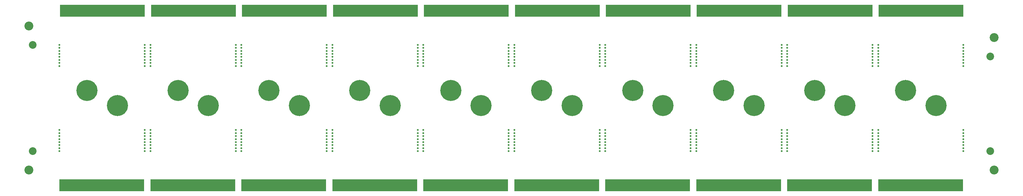
<source format=gbr>
*
%FSLAX24Y24*%
%MOIN*%
%ADD10R,0.015780X0.015780*%
%ADD11C,0.218535*%
%ADD12R,0.067002X0.067002*%
%ADD13R,0.033501X0.033501*%
%ADD14C,0.092520*%
%ADD15C,0.079921*%
%ADD16C,0.019764*%
%IPPOS*%
%LNm386940-gbs.GBR*%
%LPD*%
G54D10*
X013681Y000285D02*
Y000915D01*
X013484Y000285D02*
Y000915D01*
X013287Y000285D02*
Y000915D01*
X013090Y000285D02*
Y000915D01*
X012893Y000285D02*
Y000915D01*
X012697Y000285D02*
Y000915D01*
X012500Y000285D02*
Y000915D01*
X012303Y000285D02*
Y000915D01*
X012106Y000285D02*
Y000915D01*
X011909Y000285D02*
Y000915D01*
X011712Y000285D02*
Y000915D01*
X010728Y000285D02*
Y000915D01*
X010531Y000285D02*
Y000915D01*
X010334Y000285D02*
Y000915D01*
X010138Y000285D02*
Y000915D01*
X009942Y000285D02*
Y000915D01*
X009745Y000285D02*
Y000915D01*
X009548Y000285D02*
Y000915D01*
X009351Y000285D02*
Y000915D01*
X009154Y000285D02*
Y000915D01*
X008957Y000285D02*
Y000915D01*
X008761Y000285D02*
Y000915D01*
X008564Y000285D02*
Y000915D01*
X008367Y000285D02*
Y000915D01*
X008170Y000285D02*
Y000915D01*
X007973Y000285D02*
Y000915D01*
X007776Y000285D02*
Y000915D01*
X007579Y000285D02*
Y000915D01*
X007383Y000285D02*
Y000915D01*
X007186Y000285D02*
Y000915D01*
X006989Y000285D02*
Y000915D01*
X006792Y000285D02*
Y000915D01*
X006595Y000285D02*
Y000915D01*
G54D11*
X011693Y008661D03*
D03*
G54D12*
X006023Y000086D02*
Y000659D01*
X006274Y000086D02*
Y000659D01*
X006308Y000086D02*
X014155D01*
X006308Y000169D02*
X014155D01*
X013999Y000573D02*
X014155D01*
X013999Y000659D02*
X014155D01*
G54D13*
X006776Y000555D02*
X013676D01*
X006776Y000826D02*
X013676D01*
G54D10*
X006555Y018613D02*
Y017983D01*
X006752Y018613D02*
Y017983D01*
X006949Y018613D02*
Y017983D01*
X007146Y018613D02*
Y017983D01*
X007343Y018613D02*
Y017983D01*
X007539Y018613D02*
Y017983D01*
X007736Y018613D02*
Y017983D01*
X007933Y018613D02*
Y017983D01*
X008130Y018613D02*
Y017983D01*
X008327Y018613D02*
Y017983D01*
X008524Y018613D02*
Y017983D01*
X009508Y018613D02*
Y017983D01*
X009705Y018613D02*
Y017983D01*
X009902Y018613D02*
Y017983D01*
X010098Y018613D02*
Y017983D01*
X010294Y018613D02*
Y017983D01*
X010491Y018613D02*
Y017983D01*
X010688Y018613D02*
Y017983D01*
X010885Y018613D02*
Y017983D01*
X011082Y018613D02*
Y017983D01*
X011279Y018613D02*
Y017983D01*
X011475Y018613D02*
Y017983D01*
X011672Y018613D02*
Y017983D01*
X011869Y018613D02*
Y017983D01*
X012066Y018613D02*
Y017983D01*
X012263Y018613D02*
Y017983D01*
X012460Y018613D02*
Y017983D01*
X012657Y018613D02*
Y017983D01*
X012853Y018613D02*
Y017983D01*
X013050Y018613D02*
Y017983D01*
X013247Y018613D02*
Y017983D01*
X013444Y018613D02*
Y017983D01*
X013641Y018613D02*
Y017983D01*
G54D11*
X008543Y010236D03*
G54D11*
D03*
G54D12*
X014213Y018811D02*
Y018239D01*
X013962Y018811D02*
Y018239D01*
X013928Y018811D02*
X006082D01*
X013928Y018728D02*
X006082D01*
X006237Y018324D02*
X006082D01*
X006237Y018239D02*
X006082D01*
G54D13*
X013460Y018342D02*
X006560D01*
X013460Y018071D02*
X006560D01*
G54D10*
X023130Y000285D02*
Y000915D01*
X022933Y000285D02*
Y000915D01*
X022736Y000285D02*
Y000915D01*
X022539Y000285D02*
Y000915D01*
X022342Y000285D02*
Y000915D01*
X022146Y000285D02*
Y000915D01*
X021949Y000285D02*
Y000915D01*
X021752Y000285D02*
Y000915D01*
X021555Y000285D02*
Y000915D01*
X021358Y000285D02*
Y000915D01*
X021161Y000285D02*
Y000915D01*
X020177Y000285D02*
Y000915D01*
X019980Y000285D02*
Y000915D01*
X019783Y000285D02*
Y000915D01*
X019587Y000285D02*
Y000915D01*
X019391Y000285D02*
Y000915D01*
X019194Y000285D02*
Y000915D01*
X018997Y000285D02*
Y000915D01*
X018800Y000285D02*
Y000915D01*
X018603Y000285D02*
Y000915D01*
X018406Y000285D02*
Y000915D01*
X018210Y000285D02*
Y000915D01*
X018013Y000285D02*
Y000915D01*
X017816Y000285D02*
Y000915D01*
X017619Y000285D02*
Y000915D01*
X017422Y000285D02*
Y000915D01*
X017225Y000285D02*
Y000915D01*
X017028Y000285D02*
Y000915D01*
X016832Y000285D02*
Y000915D01*
X016635Y000285D02*
Y000915D01*
X016438Y000285D02*
Y000915D01*
X016241Y000285D02*
Y000915D01*
X016044Y000285D02*
Y000915D01*
G54D11*
X021142Y008661D03*
D03*
G54D12*
X015472Y000086D02*
Y000659D01*
X015723Y000086D02*
Y000659D01*
X015757Y000086D02*
X023604D01*
X015757Y000169D02*
X023604D01*
X023448Y000573D02*
X023604D01*
X023448Y000659D02*
X023604D01*
G54D13*
X016225Y000555D02*
X023125D01*
X016225Y000826D02*
X023125D01*
G54D10*
X016004Y018613D02*
Y017983D01*
X016201Y018613D02*
Y017983D01*
X016398Y018613D02*
Y017983D01*
X016595Y018613D02*
Y017983D01*
X016792Y018613D02*
Y017983D01*
X016988Y018613D02*
Y017983D01*
X017185Y018613D02*
Y017983D01*
X017382Y018613D02*
Y017983D01*
X017579Y018613D02*
Y017983D01*
X017776Y018613D02*
Y017983D01*
X017973Y018613D02*
Y017983D01*
X018957Y018613D02*
Y017983D01*
X019154Y018613D02*
Y017983D01*
X019351Y018613D02*
Y017983D01*
X019547Y018613D02*
Y017983D01*
X019743Y018613D02*
Y017983D01*
X019940Y018613D02*
Y017983D01*
X020137Y018613D02*
Y017983D01*
X020334Y018613D02*
Y017983D01*
X020531Y018613D02*
Y017983D01*
X020728Y018613D02*
Y017983D01*
X020924Y018613D02*
Y017983D01*
X021121Y018613D02*
Y017983D01*
X021318Y018613D02*
Y017983D01*
X021515Y018613D02*
Y017983D01*
X021712Y018613D02*
Y017983D01*
X021909Y018613D02*
Y017983D01*
X022106Y018613D02*
Y017983D01*
X022302Y018613D02*
Y017983D01*
X022499Y018613D02*
Y017983D01*
X022696Y018613D02*
Y017983D01*
X022893Y018613D02*
Y017983D01*
X023090Y018613D02*
Y017983D01*
G54D11*
X017992Y010236D03*
G54D11*
D03*
G54D12*
X023662Y018811D02*
Y018239D01*
X023411Y018811D02*
Y018239D01*
X023377Y018811D02*
X015530D01*
X023377Y018728D02*
X015530D01*
X015686Y018324D02*
X015530D01*
X015686Y018239D02*
X015530D01*
G54D13*
X022909Y018342D02*
X016009D01*
X022909Y018071D02*
X016009D01*
G54D10*
X032578Y000285D02*
Y000915D01*
X032381Y000285D02*
Y000915D01*
X032184Y000285D02*
Y000915D01*
X031987Y000285D02*
Y000915D01*
X031790Y000285D02*
Y000915D01*
X031594Y000285D02*
Y000915D01*
X031397Y000285D02*
Y000915D01*
X031200Y000285D02*
Y000915D01*
X031003Y000285D02*
Y000915D01*
X030806Y000285D02*
Y000915D01*
X030609Y000285D02*
Y000915D01*
X029625Y000285D02*
Y000915D01*
X029428Y000285D02*
Y000915D01*
X029231Y000285D02*
Y000915D01*
X029035Y000285D02*
Y000915D01*
X028839Y000285D02*
Y000915D01*
X028642Y000285D02*
Y000915D01*
X028445Y000285D02*
Y000915D01*
X028248Y000285D02*
Y000915D01*
X028051Y000285D02*
Y000915D01*
X027854Y000285D02*
Y000915D01*
X027658Y000285D02*
Y000915D01*
X027461Y000285D02*
Y000915D01*
X027264Y000285D02*
Y000915D01*
X027067Y000285D02*
Y000915D01*
X026870Y000285D02*
Y000915D01*
X026673Y000285D02*
Y000915D01*
X026476Y000285D02*
Y000915D01*
X026280Y000285D02*
Y000915D01*
X026083Y000285D02*
Y000915D01*
X025886Y000285D02*
Y000915D01*
X025689Y000285D02*
Y000915D01*
X025492Y000285D02*
Y000915D01*
G54D11*
X030591Y008661D03*
D03*
G54D12*
X024921Y000086D02*
Y000659D01*
X025172Y000086D02*
Y000659D01*
X025206Y000086D02*
X033052D01*
X025206Y000169D02*
X033052D01*
X032896Y000573D02*
X033052D01*
X032896Y000659D02*
X033052D01*
G54D13*
X025674Y000555D02*
X032574D01*
X025674Y000826D02*
X032574D01*
G54D10*
X025453Y018613D02*
Y017983D01*
X025650Y018613D02*
Y017983D01*
X025847Y018613D02*
Y017983D01*
X026044Y018613D02*
Y017983D01*
X026241Y018613D02*
Y017983D01*
X026437Y018613D02*
Y017983D01*
X026634Y018613D02*
Y017983D01*
X026831Y018613D02*
Y017983D01*
X027028Y018613D02*
Y017983D01*
X027225Y018613D02*
Y017983D01*
X027422Y018613D02*
Y017983D01*
X028406Y018613D02*
Y017983D01*
X028603Y018613D02*
Y017983D01*
X028800Y018613D02*
Y017983D01*
X028996Y018613D02*
Y017983D01*
X029192Y018613D02*
Y017983D01*
X029389Y018613D02*
Y017983D01*
X029586Y018613D02*
Y017983D01*
X029783Y018613D02*
Y017983D01*
X029980Y018613D02*
Y017983D01*
X030177Y018613D02*
Y017983D01*
X030373Y018613D02*
Y017983D01*
X030570Y018613D02*
Y017983D01*
X030767Y018613D02*
Y017983D01*
X030964Y018613D02*
Y017983D01*
X031161Y018613D02*
Y017983D01*
X031358Y018613D02*
Y017983D01*
X031555Y018613D02*
Y017983D01*
X031751Y018613D02*
Y017983D01*
X031948Y018613D02*
Y017983D01*
X032145Y018613D02*
Y017983D01*
X032342Y018613D02*
Y017983D01*
X032539Y018613D02*
Y017983D01*
G54D11*
X027441Y010236D03*
G54D11*
D03*
G54D12*
X033110Y018811D02*
Y018239D01*
X032860Y018811D02*
Y018239D01*
X032826Y018811D02*
X024979D01*
X032826Y018728D02*
X024979D01*
X025135Y018324D02*
X024979D01*
X025135Y018239D02*
X024979D01*
G54D13*
X032357Y018342D02*
X025458D01*
X032357Y018071D02*
X025458D01*
G54D10*
X042027Y000285D02*
Y000915D01*
X041830Y000285D02*
Y000915D01*
X041633Y000285D02*
Y000915D01*
X041436Y000285D02*
Y000915D01*
X041239Y000285D02*
Y000915D01*
X041043Y000285D02*
Y000915D01*
X040846Y000285D02*
Y000915D01*
X040649Y000285D02*
Y000915D01*
X040452Y000285D02*
Y000915D01*
X040255Y000285D02*
Y000915D01*
X040058Y000285D02*
Y000915D01*
X039074Y000285D02*
Y000915D01*
X038877Y000285D02*
Y000915D01*
X038680Y000285D02*
Y000915D01*
X038484Y000285D02*
Y000915D01*
X038288Y000285D02*
Y000915D01*
X038091Y000285D02*
Y000915D01*
X037894Y000285D02*
Y000915D01*
X037697Y000285D02*
Y000915D01*
X037500Y000285D02*
Y000915D01*
X037303Y000285D02*
Y000915D01*
X037107Y000285D02*
Y000915D01*
X036910Y000285D02*
Y000915D01*
X036713Y000285D02*
Y000915D01*
X036516Y000285D02*
Y000915D01*
X036319Y000285D02*
Y000915D01*
X036122Y000285D02*
Y000915D01*
X035925Y000285D02*
Y000915D01*
X035729Y000285D02*
Y000915D01*
X035532Y000285D02*
Y000915D01*
X035335Y000285D02*
Y000915D01*
X035138Y000285D02*
Y000915D01*
X034941Y000285D02*
Y000915D01*
G54D11*
X040039Y008661D03*
D03*
G54D12*
X034370Y000086D02*
Y000659D01*
X034620Y000086D02*
Y000659D01*
X034655Y000086D02*
X042501D01*
X034655Y000169D02*
X042501D01*
X042345Y000573D02*
X042501D01*
X042345Y000659D02*
X042501D01*
G54D13*
X035123Y000555D02*
X042023D01*
X035123Y000826D02*
X042023D01*
G54D10*
X034902Y018613D02*
Y017983D01*
X035099Y018613D02*
Y017983D01*
X035296Y018613D02*
Y017983D01*
X035493Y018613D02*
Y017983D01*
X035690Y018613D02*
Y017983D01*
X035886Y018613D02*
Y017983D01*
X036083Y018613D02*
Y017983D01*
X036280Y018613D02*
Y017983D01*
X036477Y018613D02*
Y017983D01*
X036674Y018613D02*
Y017983D01*
X036871Y018613D02*
Y017983D01*
X037855Y018613D02*
Y017983D01*
X038052Y018613D02*
Y017983D01*
X038249Y018613D02*
Y017983D01*
X038445Y018613D02*
Y017983D01*
X038641Y018613D02*
Y017983D01*
X038838Y018613D02*
Y017983D01*
X039035Y018613D02*
Y017983D01*
X039232Y018613D02*
Y017983D01*
X039429Y018613D02*
Y017983D01*
X039626Y018613D02*
Y017983D01*
X039822Y018613D02*
Y017983D01*
X040019Y018613D02*
Y017983D01*
X040216Y018613D02*
Y017983D01*
X040413Y018613D02*
Y017983D01*
X040610Y018613D02*
Y017983D01*
X040807Y018613D02*
Y017983D01*
X041004Y018613D02*
Y017983D01*
X041200Y018613D02*
Y017983D01*
X041397Y018613D02*
Y017983D01*
X041594Y018613D02*
Y017983D01*
X041791Y018613D02*
Y017983D01*
X041988Y018613D02*
Y017983D01*
G54D11*
X036890Y010236D03*
G54D11*
D03*
G54D12*
X042559Y018811D02*
Y018239D01*
X042309Y018811D02*
Y018239D01*
X042274Y018811D02*
X034428D01*
X042274Y018728D02*
X034428D01*
X034584Y018324D02*
X034428D01*
X034584Y018239D02*
X034428D01*
G54D13*
X041806Y018342D02*
X034906D01*
X041806Y018071D02*
X034906D01*
G54D10*
X051476Y000285D02*
Y000915D01*
X051279Y000285D02*
Y000915D01*
X051082Y000285D02*
Y000915D01*
X050885Y000285D02*
Y000915D01*
X050688Y000285D02*
Y000915D01*
X050492Y000285D02*
Y000915D01*
X050295Y000285D02*
Y000915D01*
X050098Y000285D02*
Y000915D01*
X049901Y000285D02*
Y000915D01*
X049704Y000285D02*
Y000915D01*
X049507Y000285D02*
Y000915D01*
X048523Y000285D02*
Y000915D01*
X048326Y000285D02*
Y000915D01*
X048129Y000285D02*
Y000915D01*
X047933Y000285D02*
Y000915D01*
X047737Y000285D02*
Y000915D01*
X047540Y000285D02*
Y000915D01*
X047343Y000285D02*
Y000915D01*
X047146Y000285D02*
Y000915D01*
X046949Y000285D02*
Y000915D01*
X046752Y000285D02*
Y000915D01*
X046556Y000285D02*
Y000915D01*
X046359Y000285D02*
Y000915D01*
X046162Y000285D02*
Y000915D01*
X045965Y000285D02*
Y000915D01*
X045768Y000285D02*
Y000915D01*
X045571Y000285D02*
Y000915D01*
X045374Y000285D02*
Y000915D01*
X045178Y000285D02*
Y000915D01*
X044981Y000285D02*
Y000915D01*
X044784Y000285D02*
Y000915D01*
X044587Y000285D02*
Y000915D01*
X044390Y000285D02*
Y000915D01*
G54D11*
X049488Y008661D03*
D03*
G54D12*
X043819Y000086D02*
Y000659D01*
X044069Y000086D02*
Y000659D01*
X044104Y000086D02*
X051950D01*
X044104Y000169D02*
X051950D01*
X051794Y000573D02*
X051950D01*
X051794Y000659D02*
X051950D01*
G54D13*
X044572Y000555D02*
X051471D01*
X044572Y000826D02*
X051471D01*
G54D10*
X044351Y018613D02*
Y017983D01*
X044548Y018613D02*
Y017983D01*
X044745Y018613D02*
Y017983D01*
X044942Y018613D02*
Y017983D01*
X045139Y018613D02*
Y017983D01*
X045335Y018613D02*
Y017983D01*
X045532Y018613D02*
Y017983D01*
X045729Y018613D02*
Y017983D01*
X045926Y018613D02*
Y017983D01*
X046123Y018613D02*
Y017983D01*
X046320Y018613D02*
Y017983D01*
X047304Y018613D02*
Y017983D01*
X047501Y018613D02*
Y017983D01*
X047698Y018613D02*
Y017983D01*
X047894Y018613D02*
Y017983D01*
X048090Y018613D02*
Y017983D01*
X048287Y018613D02*
Y017983D01*
X048484Y018613D02*
Y017983D01*
X048681Y018613D02*
Y017983D01*
X048878Y018613D02*
Y017983D01*
X049075Y018613D02*
Y017983D01*
X049271Y018613D02*
Y017983D01*
X049468Y018613D02*
Y017983D01*
X049665Y018613D02*
Y017983D01*
X049862Y018613D02*
Y017983D01*
X050059Y018613D02*
Y017983D01*
X050256Y018613D02*
Y017983D01*
X050453Y018613D02*
Y017983D01*
X050649Y018613D02*
Y017983D01*
X050846Y018613D02*
Y017983D01*
X051043Y018613D02*
Y017983D01*
X051240Y018613D02*
Y017983D01*
X051437Y018613D02*
Y017983D01*
G54D11*
X046339Y010236D03*
G54D11*
D03*
G54D12*
X052008Y018811D02*
Y018239D01*
X051758Y018811D02*
Y018239D01*
X051723Y018811D02*
X043877D01*
X051723Y018728D02*
X043877D01*
X044033Y018324D02*
X043877D01*
X044033Y018239D02*
X043877D01*
G54D13*
X051255Y018342D02*
X044355D01*
X051255Y018071D02*
X044355D01*
G54D10*
X060925Y000285D02*
Y000915D01*
X060728Y000285D02*
Y000915D01*
X060531Y000285D02*
Y000915D01*
X060334Y000285D02*
Y000915D01*
X060137Y000285D02*
Y000915D01*
X059941Y000285D02*
Y000915D01*
X059744Y000285D02*
Y000915D01*
X059547Y000285D02*
Y000915D01*
X059350Y000285D02*
Y000915D01*
X059153Y000285D02*
Y000915D01*
X058956Y000285D02*
Y000915D01*
X057972Y000285D02*
Y000915D01*
X057775Y000285D02*
Y000915D01*
X057578Y000285D02*
Y000915D01*
X057382Y000285D02*
Y000915D01*
X057186Y000285D02*
Y000915D01*
X056989Y000285D02*
Y000915D01*
X056792Y000285D02*
Y000915D01*
X056595Y000285D02*
Y000915D01*
X056398Y000285D02*
Y000915D01*
X056201Y000285D02*
Y000915D01*
X056005Y000285D02*
Y000915D01*
X055808Y000285D02*
Y000915D01*
X055611Y000285D02*
Y000915D01*
X055414Y000285D02*
Y000915D01*
X055217Y000285D02*
Y000915D01*
X055020Y000285D02*
Y000915D01*
X054823Y000285D02*
Y000915D01*
X054627Y000285D02*
Y000915D01*
X054430Y000285D02*
Y000915D01*
X054233Y000285D02*
Y000915D01*
X054036Y000285D02*
Y000915D01*
X053839Y000285D02*
Y000915D01*
G54D11*
X058937Y008661D03*
D03*
G54D12*
X053267Y000086D02*
Y000659D01*
X053518Y000086D02*
Y000659D01*
X053552Y000086D02*
X061399D01*
X053552Y000169D02*
X061399D01*
X061243Y000573D02*
X061399D01*
X061243Y000659D02*
X061399D01*
G54D13*
X054021Y000555D02*
X060920D01*
X054021Y000826D02*
X060920D01*
G54D10*
X053800Y018613D02*
Y017983D01*
X053997Y018613D02*
Y017983D01*
X054194Y018613D02*
Y017983D01*
X054391Y018613D02*
Y017983D01*
X054588Y018613D02*
Y017983D01*
X054784Y018613D02*
Y017983D01*
X054981Y018613D02*
Y017983D01*
X055178Y018613D02*
Y017983D01*
X055375Y018613D02*
Y017983D01*
X055572Y018613D02*
Y017983D01*
X055769Y018613D02*
Y017983D01*
X056753Y018613D02*
Y017983D01*
X056950Y018613D02*
Y017983D01*
X057147Y018613D02*
Y017983D01*
X057343Y018613D02*
Y017983D01*
X057539Y018613D02*
Y017983D01*
X057736Y018613D02*
Y017983D01*
X057933Y018613D02*
Y017983D01*
X058130Y018613D02*
Y017983D01*
X058327Y018613D02*
Y017983D01*
X058524Y018613D02*
Y017983D01*
X058720Y018613D02*
Y017983D01*
X058917Y018613D02*
Y017983D01*
X059114Y018613D02*
Y017983D01*
X059311Y018613D02*
Y017983D01*
X059508Y018613D02*
Y017983D01*
X059705Y018613D02*
Y017983D01*
X059902Y018613D02*
Y017983D01*
X060098Y018613D02*
Y017983D01*
X060295Y018613D02*
Y017983D01*
X060492Y018613D02*
Y017983D01*
X060689Y018613D02*
Y017983D01*
X060886Y018613D02*
Y017983D01*
G54D11*
X055787Y010236D03*
G54D11*
D03*
G54D12*
X061457Y018811D02*
Y018239D01*
X061206Y018811D02*
Y018239D01*
X061172Y018811D02*
X053326D01*
X061172Y018728D02*
X053326D01*
X053482Y018324D02*
X053326D01*
X053482Y018239D02*
X053326D01*
G54D13*
X060704Y018342D02*
X053804D01*
X060704Y018071D02*
X053804D01*
G54D10*
X070374Y000285D02*
Y000915D01*
X070177Y000285D02*
Y000915D01*
X069980Y000285D02*
Y000915D01*
X069783Y000285D02*
Y000915D01*
X069586Y000285D02*
Y000915D01*
X069390Y000285D02*
Y000915D01*
X069193Y000285D02*
Y000915D01*
X068996Y000285D02*
Y000915D01*
X068799Y000285D02*
Y000915D01*
X068602Y000285D02*
Y000915D01*
X068405Y000285D02*
Y000915D01*
X067421Y000285D02*
Y000915D01*
X067224Y000285D02*
Y000915D01*
X067027Y000285D02*
Y000915D01*
X066831Y000285D02*
Y000915D01*
X066635Y000285D02*
Y000915D01*
X066438Y000285D02*
Y000915D01*
X066241Y000285D02*
Y000915D01*
X066044Y000285D02*
Y000915D01*
X065847Y000285D02*
Y000915D01*
X065650Y000285D02*
Y000915D01*
X065454Y000285D02*
Y000915D01*
X065257Y000285D02*
Y000915D01*
X065060Y000285D02*
Y000915D01*
X064863Y000285D02*
Y000915D01*
X064666Y000285D02*
Y000915D01*
X064469Y000285D02*
Y000915D01*
X064272Y000285D02*
Y000915D01*
X064076Y000285D02*
Y000915D01*
X063879Y000285D02*
Y000915D01*
X063682Y000285D02*
Y000915D01*
X063485Y000285D02*
Y000915D01*
X063288Y000285D02*
Y000915D01*
G54D11*
X068386Y008661D03*
D03*
G54D12*
X062716Y000086D02*
Y000659D01*
X062967Y000086D02*
Y000659D01*
X063001Y000086D02*
X070848D01*
X063001Y000169D02*
X070848D01*
X070692Y000573D02*
X070848D01*
X070692Y000659D02*
X070848D01*
G54D13*
X063469Y000555D02*
X070369D01*
X063469Y000826D02*
X070369D01*
G54D10*
X063248Y018613D02*
Y017983D01*
X063445Y018613D02*
Y017983D01*
X063642Y018613D02*
Y017983D01*
X063839Y018613D02*
Y017983D01*
X064036Y018613D02*
Y017983D01*
X064232Y018613D02*
Y017983D01*
X064429Y018613D02*
Y017983D01*
X064626Y018613D02*
Y017983D01*
X064823Y018613D02*
Y017983D01*
X065020Y018613D02*
Y017983D01*
X065217Y018613D02*
Y017983D01*
X066201Y018613D02*
Y017983D01*
X066398Y018613D02*
Y017983D01*
X066595Y018613D02*
Y017983D01*
X066791Y018613D02*
Y017983D01*
X066987Y018613D02*
Y017983D01*
X067184Y018613D02*
Y017983D01*
X067381Y018613D02*
Y017983D01*
X067578Y018613D02*
Y017983D01*
X067775Y018613D02*
Y017983D01*
X067972Y018613D02*
Y017983D01*
X068168Y018613D02*
Y017983D01*
X068365Y018613D02*
Y017983D01*
X068562Y018613D02*
Y017983D01*
X068759Y018613D02*
Y017983D01*
X068956Y018613D02*
Y017983D01*
X069153Y018613D02*
Y017983D01*
X069350Y018613D02*
Y017983D01*
X069546Y018613D02*
Y017983D01*
X069743Y018613D02*
Y017983D01*
X069940Y018613D02*
Y017983D01*
X070137Y018613D02*
Y017983D01*
X070334Y018613D02*
Y017983D01*
G54D11*
X065236Y010236D03*
G54D11*
D03*
G54D12*
X070906Y018811D02*
Y018239D01*
X070655Y018811D02*
Y018239D01*
X070621Y018811D02*
X062774D01*
X070621Y018728D02*
X062774D01*
X062930Y018324D02*
X062774D01*
X062930Y018239D02*
X062774D01*
G54D13*
X070153Y018342D02*
X063253D01*
X070153Y018071D02*
X063253D01*
G54D10*
X079823Y000285D02*
Y000915D01*
X079626Y000285D02*
Y000915D01*
X079429Y000285D02*
Y000915D01*
X079232Y000285D02*
Y000915D01*
X079035Y000285D02*
Y000915D01*
X078839Y000285D02*
Y000915D01*
X078642Y000285D02*
Y000915D01*
X078445Y000285D02*
Y000915D01*
X078248Y000285D02*
Y000915D01*
X078051Y000285D02*
Y000915D01*
X077854Y000285D02*
Y000915D01*
X076870Y000285D02*
Y000915D01*
X076673Y000285D02*
Y000915D01*
X076476Y000285D02*
Y000915D01*
X076280Y000285D02*
Y000915D01*
X076084Y000285D02*
Y000915D01*
X075887Y000285D02*
Y000915D01*
X075690Y000285D02*
Y000915D01*
X075493Y000285D02*
Y000915D01*
X075296Y000285D02*
Y000915D01*
X075099Y000285D02*
Y000915D01*
X074903Y000285D02*
Y000915D01*
X074706Y000285D02*
Y000915D01*
X074509Y000285D02*
Y000915D01*
X074312Y000285D02*
Y000915D01*
X074115Y000285D02*
Y000915D01*
X073918Y000285D02*
Y000915D01*
X073721Y000285D02*
Y000915D01*
X073525Y000285D02*
Y000915D01*
X073328Y000285D02*
Y000915D01*
X073131Y000285D02*
Y000915D01*
X072934Y000285D02*
Y000915D01*
X072737Y000285D02*
Y000915D01*
G54D11*
X077835Y008661D03*
D03*
G54D12*
X072165Y000086D02*
Y000659D01*
X072416Y000086D02*
Y000659D01*
X072450Y000086D02*
X080296D01*
X072450Y000169D02*
X080296D01*
X080141Y000573D02*
X080296D01*
X080141Y000659D02*
X080296D01*
G54D13*
X072918Y000555D02*
X079818D01*
X072918Y000826D02*
X079818D01*
G54D10*
X072697Y018613D02*
Y017983D01*
X072894Y018613D02*
Y017983D01*
X073091Y018613D02*
Y017983D01*
X073288Y018613D02*
Y017983D01*
X073485Y018613D02*
Y017983D01*
X073681Y018613D02*
Y017983D01*
X073878Y018613D02*
Y017983D01*
X074075Y018613D02*
Y017983D01*
X074272Y018613D02*
Y017983D01*
X074469Y018613D02*
Y017983D01*
X074666Y018613D02*
Y017983D01*
X075650Y018613D02*
Y017983D01*
X075847Y018613D02*
Y017983D01*
X076044Y018613D02*
Y017983D01*
X076240Y018613D02*
Y017983D01*
X076436Y018613D02*
Y017983D01*
X076633Y018613D02*
Y017983D01*
X076830Y018613D02*
Y017983D01*
X077027Y018613D02*
Y017983D01*
X077224Y018613D02*
Y017983D01*
X077421Y018613D02*
Y017983D01*
X077617Y018613D02*
Y017983D01*
X077814Y018613D02*
Y017983D01*
X078011Y018613D02*
Y017983D01*
X078208Y018613D02*
Y017983D01*
X078405Y018613D02*
Y017983D01*
X078602Y018613D02*
Y017983D01*
X078799Y018613D02*
Y017983D01*
X078995Y018613D02*
Y017983D01*
X079192Y018613D02*
Y017983D01*
X079389Y018613D02*
Y017983D01*
X079586Y018613D02*
Y017983D01*
X079783Y018613D02*
Y017983D01*
G54D11*
X074685Y010236D03*
G54D11*
D03*
G54D12*
X080355Y018811D02*
Y018239D01*
X080104Y018811D02*
Y018239D01*
X080070Y018811D02*
X072223D01*
X080070Y018728D02*
X072223D01*
X072379Y018324D02*
X072223D01*
X072379Y018239D02*
X072223D01*
G54D13*
X079602Y018342D02*
X072702D01*
X079602Y018071D02*
X072702D01*
G54D10*
X089271Y000285D02*
Y000915D01*
X089074Y000285D02*
Y000915D01*
X088877Y000285D02*
Y000915D01*
X088680Y000285D02*
Y000915D01*
X088483Y000285D02*
Y000915D01*
X088287Y000285D02*
Y000915D01*
X088090Y000285D02*
Y000915D01*
X087893Y000285D02*
Y000915D01*
X087696Y000285D02*
Y000915D01*
X087499Y000285D02*
Y000915D01*
X087302Y000285D02*
Y000915D01*
X086318Y000285D02*
Y000915D01*
X086121Y000285D02*
Y000915D01*
X085924Y000285D02*
Y000915D01*
X085728Y000285D02*
Y000915D01*
X085532Y000285D02*
Y000915D01*
X085335Y000285D02*
Y000915D01*
X085138Y000285D02*
Y000915D01*
X084941Y000285D02*
Y000915D01*
X084744Y000285D02*
Y000915D01*
X084547Y000285D02*
Y000915D01*
X084351Y000285D02*
Y000915D01*
X084154Y000285D02*
Y000915D01*
X083957Y000285D02*
Y000915D01*
X083760Y000285D02*
Y000915D01*
X083563Y000285D02*
Y000915D01*
X083366Y000285D02*
Y000915D01*
X083169Y000285D02*
Y000915D01*
X082973Y000285D02*
Y000915D01*
X082776Y000285D02*
Y000915D01*
X082579Y000285D02*
Y000915D01*
X082382Y000285D02*
Y000915D01*
X082185Y000285D02*
Y000915D01*
G54D11*
X087283Y008661D03*
D03*
G54D12*
X081614Y000086D02*
Y000659D01*
X081864Y000086D02*
Y000659D01*
X081899Y000086D02*
X089745D01*
X081899Y000169D02*
X089745D01*
X089589Y000573D02*
X089745D01*
X089589Y000659D02*
X089745D01*
G54D13*
X082367Y000555D02*
X089267D01*
X082367Y000826D02*
X089267D01*
G54D10*
X082146Y018613D02*
Y017983D01*
X082343Y018613D02*
Y017983D01*
X082540Y018613D02*
Y017983D01*
X082737Y018613D02*
Y017983D01*
X082934Y018613D02*
Y017983D01*
X083130Y018613D02*
Y017983D01*
X083327Y018613D02*
Y017983D01*
X083524Y018613D02*
Y017983D01*
X083721Y018613D02*
Y017983D01*
X083918Y018613D02*
Y017983D01*
X084115Y018613D02*
Y017983D01*
X085099Y018613D02*
Y017983D01*
X085296Y018613D02*
Y017983D01*
X085493Y018613D02*
Y017983D01*
X085689Y018613D02*
Y017983D01*
X085885Y018613D02*
Y017983D01*
X086082Y018613D02*
Y017983D01*
X086279Y018613D02*
Y017983D01*
X086476Y018613D02*
Y017983D01*
X086673Y018613D02*
Y017983D01*
X086870Y018613D02*
Y017983D01*
X087066Y018613D02*
Y017983D01*
X087263Y018613D02*
Y017983D01*
X087460Y018613D02*
Y017983D01*
X087657Y018613D02*
Y017983D01*
X087854Y018613D02*
Y017983D01*
X088051Y018613D02*
Y017983D01*
X088248Y018613D02*
Y017983D01*
X088444Y018613D02*
Y017983D01*
X088641Y018613D02*
Y017983D01*
X088838Y018613D02*
Y017983D01*
X089035Y018613D02*
Y017983D01*
X089232Y018613D02*
Y017983D01*
G54D11*
X084134Y010236D03*
G54D11*
D03*
G54D12*
X089803Y018811D02*
Y018239D01*
X089553Y018811D02*
Y018239D01*
X089519Y018811D02*
X081672D01*
X089519Y018728D02*
X081672D01*
X081828Y018324D02*
X081672D01*
X081828Y018239D02*
X081672D01*
G54D13*
X089050Y018342D02*
X082151D01*
X089050Y018071D02*
X082151D01*
G54D10*
X098720Y000285D02*
Y000915D01*
X098523Y000285D02*
Y000915D01*
X098326Y000285D02*
Y000915D01*
X098129Y000285D02*
Y000915D01*
X097932Y000285D02*
Y000915D01*
X097736Y000285D02*
Y000915D01*
X097539Y000285D02*
Y000915D01*
X097342Y000285D02*
Y000915D01*
X097145Y000285D02*
Y000915D01*
X096948Y000285D02*
Y000915D01*
X096751Y000285D02*
Y000915D01*
X095767Y000285D02*
Y000915D01*
X095570Y000285D02*
Y000915D01*
X095373Y000285D02*
Y000915D01*
X095177Y000285D02*
Y000915D01*
X094981Y000285D02*
Y000915D01*
X094784Y000285D02*
Y000915D01*
X094587Y000285D02*
Y000915D01*
X094390Y000285D02*
Y000915D01*
X094193Y000285D02*
Y000915D01*
X093996Y000285D02*
Y000915D01*
X093800Y000285D02*
Y000915D01*
X093603Y000285D02*
Y000915D01*
X093406Y000285D02*
Y000915D01*
X093209Y000285D02*
Y000915D01*
X093012Y000285D02*
Y000915D01*
X092815Y000285D02*
Y000915D01*
X092618Y000285D02*
Y000915D01*
X092422Y000285D02*
Y000915D01*
X092225Y000285D02*
Y000915D01*
X092028Y000285D02*
Y000915D01*
X091831Y000285D02*
Y000915D01*
X091634Y000285D02*
Y000915D01*
G54D11*
X096732Y008661D03*
D03*
G54D12*
X091063Y000086D02*
Y000659D01*
X091313Y000086D02*
Y000659D01*
X091348Y000086D02*
X099194D01*
X091348Y000169D02*
X099194D01*
X099038Y000573D02*
X099194D01*
X099038Y000659D02*
X099194D01*
G54D13*
X091816Y000555D02*
X098716D01*
X091816Y000826D02*
X098716D01*
G54D10*
X091595Y018613D02*
Y017983D01*
X091792Y018613D02*
Y017983D01*
X091989Y018613D02*
Y017983D01*
X092186Y018613D02*
Y017983D01*
X092383Y018613D02*
Y017983D01*
X092579Y018613D02*
Y017983D01*
X092776Y018613D02*
Y017983D01*
X092973Y018613D02*
Y017983D01*
X093170Y018613D02*
Y017983D01*
X093367Y018613D02*
Y017983D01*
X093564Y018613D02*
Y017983D01*
X094548Y018613D02*
Y017983D01*
X094745Y018613D02*
Y017983D01*
X094942Y018613D02*
Y017983D01*
X095138Y018613D02*
Y017983D01*
X095334Y018613D02*
Y017983D01*
X095531Y018613D02*
Y017983D01*
X095728Y018613D02*
Y017983D01*
X095925Y018613D02*
Y017983D01*
X096122Y018613D02*
Y017983D01*
X096319Y018613D02*
Y017983D01*
X096515Y018613D02*
Y017983D01*
X096712Y018613D02*
Y017983D01*
X096909Y018613D02*
Y017983D01*
X097106Y018613D02*
Y017983D01*
X097303Y018613D02*
Y017983D01*
X097500Y018613D02*
Y017983D01*
X097697Y018613D02*
Y017983D01*
X097893Y018613D02*
Y017983D01*
X098090Y018613D02*
Y017983D01*
X098287Y018613D02*
Y017983D01*
X098484Y018613D02*
Y017983D01*
X098681Y018613D02*
Y017983D01*
G54D11*
X093583Y010236D03*
G54D11*
D03*
G54D12*
X099252Y018811D02*
Y018239D01*
X099002Y018811D02*
Y018239D01*
X098967Y018811D02*
X091121D01*
X098967Y018728D02*
X091121D01*
X091277Y018324D02*
X091121D01*
X091277Y018239D02*
X091121D01*
G54D13*
X098499Y018342D02*
X091599D01*
X098499Y018071D02*
X091599D01*
G54D14*
X002500Y016929D03*
X102776Y015748D03*
X002500Y001969D03*
X102776D03*
G54D15*
X002894Y014961D03*
X102382Y013780D03*
X002894Y003937D03*
X102382D03*
G54D16*
X005687Y003922D03*
Y004237D03*
Y004552D03*
Y004866D03*
Y005181D03*
Y005496D03*
Y005811D03*
Y006126D03*
G54D16*
X014550Y003922D03*
G54D16*
Y004237D03*
G54D16*
Y004552D03*
G54D16*
Y004866D03*
G54D16*
Y005181D03*
G54D16*
Y005496D03*
G54D16*
Y005811D03*
G54D16*
Y006126D03*
G54D16*
Y014976D03*
G54D16*
Y014661D03*
G54D16*
Y014346D03*
G54D16*
Y014031D03*
G54D16*
Y013716D03*
G54D16*
Y013401D03*
G54D16*
Y013086D03*
G54D16*
Y012771D03*
G54D16*
X005687Y014976D03*
G54D16*
Y014661D03*
G54D16*
Y014346D03*
G54D16*
Y014031D03*
G54D16*
Y013716D03*
G54D16*
Y013401D03*
G54D16*
Y013086D03*
G54D16*
Y012771D03*
X015135Y003922D03*
Y004237D03*
Y004552D03*
Y004866D03*
Y005181D03*
Y005496D03*
Y005811D03*
Y006126D03*
G54D16*
X023998Y003922D03*
G54D16*
Y004237D03*
G54D16*
Y004552D03*
G54D16*
Y004866D03*
G54D16*
Y005181D03*
G54D16*
Y005496D03*
G54D16*
Y005811D03*
G54D16*
Y006126D03*
G54D16*
Y014976D03*
G54D16*
Y014661D03*
G54D16*
Y014346D03*
G54D16*
Y014031D03*
G54D16*
Y013716D03*
G54D16*
Y013401D03*
G54D16*
Y013086D03*
G54D16*
Y012771D03*
G54D16*
X015135Y014976D03*
G54D16*
Y014661D03*
G54D16*
Y014346D03*
G54D16*
Y014031D03*
G54D16*
Y013716D03*
G54D16*
Y013401D03*
G54D16*
Y013086D03*
G54D16*
Y012771D03*
X024584Y003922D03*
Y004237D03*
Y004552D03*
Y004866D03*
Y005181D03*
Y005496D03*
Y005811D03*
Y006126D03*
G54D16*
X033447Y003922D03*
G54D16*
Y004237D03*
G54D16*
Y004552D03*
G54D16*
Y004866D03*
G54D16*
Y005181D03*
G54D16*
Y005496D03*
G54D16*
Y005811D03*
G54D16*
Y006126D03*
G54D16*
Y014976D03*
G54D16*
Y014661D03*
G54D16*
Y014346D03*
G54D16*
Y014031D03*
G54D16*
Y013716D03*
G54D16*
Y013401D03*
G54D16*
Y013086D03*
G54D16*
Y012771D03*
G54D16*
X024584Y014976D03*
G54D16*
Y014661D03*
G54D16*
Y014346D03*
G54D16*
Y014031D03*
G54D16*
Y013716D03*
G54D16*
Y013401D03*
G54D16*
Y013086D03*
G54D16*
Y012771D03*
X034033Y003922D03*
Y004237D03*
Y004552D03*
Y004866D03*
Y005181D03*
Y005496D03*
Y005811D03*
Y006126D03*
G54D16*
X042896Y003922D03*
G54D16*
Y004237D03*
G54D16*
Y004552D03*
G54D16*
Y004866D03*
G54D16*
Y005181D03*
G54D16*
Y005496D03*
G54D16*
Y005811D03*
G54D16*
Y006126D03*
G54D16*
Y014976D03*
G54D16*
Y014661D03*
G54D16*
Y014346D03*
G54D16*
Y014031D03*
G54D16*
Y013716D03*
G54D16*
Y013401D03*
G54D16*
Y013086D03*
G54D16*
Y012771D03*
G54D16*
X034033Y014976D03*
G54D16*
Y014661D03*
G54D16*
Y014346D03*
G54D16*
Y014031D03*
G54D16*
Y013716D03*
G54D16*
Y013401D03*
G54D16*
Y013086D03*
G54D16*
Y012771D03*
X043482Y003922D03*
Y004237D03*
Y004552D03*
Y004866D03*
Y005181D03*
Y005496D03*
Y005811D03*
Y006126D03*
G54D16*
X052345Y003922D03*
G54D16*
Y004237D03*
G54D16*
Y004552D03*
G54D16*
Y004866D03*
G54D16*
Y005181D03*
G54D16*
Y005496D03*
G54D16*
Y005811D03*
G54D16*
Y006126D03*
G54D16*
Y014976D03*
G54D16*
Y014661D03*
G54D16*
Y014346D03*
G54D16*
Y014031D03*
G54D16*
Y013716D03*
G54D16*
Y013401D03*
G54D16*
Y013086D03*
G54D16*
Y012771D03*
G54D16*
X043482Y014976D03*
G54D16*
Y014661D03*
G54D16*
Y014346D03*
G54D16*
Y014031D03*
G54D16*
Y013716D03*
G54D16*
Y013401D03*
G54D16*
Y013086D03*
G54D16*
Y012771D03*
X052931Y003922D03*
Y004237D03*
Y004552D03*
Y004866D03*
Y005181D03*
Y005496D03*
Y005811D03*
Y006126D03*
G54D16*
X061794Y003922D03*
G54D16*
Y004237D03*
G54D16*
Y004552D03*
G54D16*
Y004866D03*
G54D16*
Y005181D03*
G54D16*
Y005496D03*
G54D16*
Y005811D03*
G54D16*
Y006126D03*
G54D16*
Y014976D03*
G54D16*
Y014661D03*
G54D16*
Y014346D03*
G54D16*
Y014031D03*
G54D16*
Y013716D03*
G54D16*
Y013401D03*
G54D16*
Y013086D03*
G54D16*
Y012771D03*
G54D16*
X052931Y014976D03*
G54D16*
Y014661D03*
G54D16*
Y014346D03*
G54D16*
Y014031D03*
G54D16*
Y013716D03*
G54D16*
Y013401D03*
G54D16*
Y013086D03*
G54D16*
Y012771D03*
X062380Y003922D03*
Y004237D03*
Y004552D03*
Y004866D03*
Y005181D03*
Y005496D03*
Y005811D03*
Y006126D03*
G54D16*
X071242Y003922D03*
G54D16*
Y004237D03*
G54D16*
Y004552D03*
G54D16*
Y004866D03*
G54D16*
Y005181D03*
G54D16*
Y005496D03*
G54D16*
Y005811D03*
G54D16*
Y006126D03*
G54D16*
Y014976D03*
G54D16*
Y014661D03*
G54D16*
Y014346D03*
G54D16*
Y014031D03*
G54D16*
Y013716D03*
G54D16*
Y013401D03*
G54D16*
Y013086D03*
G54D16*
Y012771D03*
G54D16*
X062380Y014976D03*
G54D16*
Y014661D03*
G54D16*
Y014346D03*
G54D16*
Y014031D03*
G54D16*
Y013716D03*
G54D16*
Y013401D03*
G54D16*
Y013086D03*
G54D16*
Y012771D03*
X071828Y003922D03*
Y004237D03*
Y004552D03*
Y004866D03*
Y005181D03*
Y005496D03*
Y005811D03*
Y006126D03*
G54D16*
X080691Y003922D03*
G54D16*
Y004237D03*
G54D16*
Y004552D03*
G54D16*
Y004866D03*
G54D16*
Y005181D03*
G54D16*
Y005496D03*
G54D16*
Y005811D03*
G54D16*
Y006126D03*
G54D16*
Y014976D03*
G54D16*
Y014661D03*
G54D16*
Y014346D03*
G54D16*
Y014031D03*
G54D16*
Y013716D03*
G54D16*
Y013401D03*
G54D16*
Y013086D03*
G54D16*
Y012771D03*
G54D16*
X071828Y014976D03*
G54D16*
Y014661D03*
G54D16*
Y014346D03*
G54D16*
Y014031D03*
G54D16*
Y013716D03*
G54D16*
Y013401D03*
G54D16*
Y013086D03*
G54D16*
Y012771D03*
X081277Y003922D03*
Y004237D03*
Y004552D03*
Y004866D03*
Y005181D03*
Y005496D03*
Y005811D03*
Y006126D03*
G54D16*
X090140Y003922D03*
G54D16*
Y004237D03*
G54D16*
Y004552D03*
G54D16*
Y004866D03*
G54D16*
Y005181D03*
G54D16*
Y005496D03*
G54D16*
Y005811D03*
G54D16*
Y006126D03*
G54D16*
Y014976D03*
G54D16*
Y014661D03*
G54D16*
Y014346D03*
G54D16*
Y014031D03*
G54D16*
Y013716D03*
G54D16*
Y013401D03*
G54D16*
Y013086D03*
G54D16*
Y012771D03*
G54D16*
X081277Y014976D03*
G54D16*
Y014661D03*
G54D16*
Y014346D03*
G54D16*
Y014031D03*
G54D16*
Y013716D03*
G54D16*
Y013401D03*
G54D16*
Y013086D03*
G54D16*
Y012771D03*
X090726Y003922D03*
Y004237D03*
Y004552D03*
Y004866D03*
Y005181D03*
Y005496D03*
Y005811D03*
Y006126D03*
G54D16*
X099589Y003922D03*
G54D16*
Y004237D03*
G54D16*
Y004552D03*
G54D16*
Y004866D03*
G54D16*
Y005181D03*
G54D16*
Y005496D03*
G54D16*
Y005811D03*
G54D16*
Y006126D03*
G54D16*
Y014976D03*
G54D16*
Y014661D03*
G54D16*
Y014346D03*
G54D16*
Y014031D03*
G54D16*
Y013716D03*
G54D16*
Y013401D03*
G54D16*
Y013086D03*
G54D16*
Y012771D03*
G54D16*
X090726Y014976D03*
G54D16*
Y014661D03*
G54D16*
Y014346D03*
G54D16*
Y014031D03*
G54D16*
Y013716D03*
G54D16*
Y013401D03*
G54D16*
Y013086D03*
G54D16*
Y012771D03*
M02*

</source>
